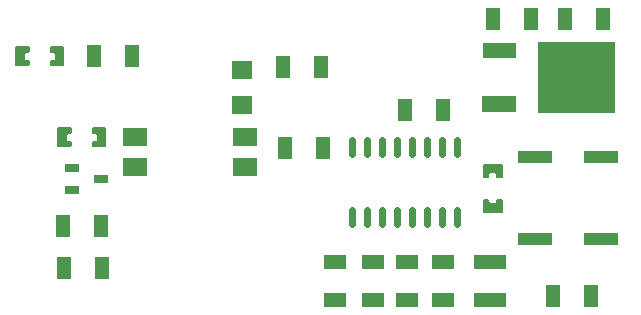
<source format=gtp>
G04 Layer: TopPasteMaskLayer*
G04 EasyEDA v6.4.31, 2022-02-13 10:25:38*
G04 2d099072909c4d34a2351a6f0d7baa55,7002fc846d7841648ca5f2fac868b397,10*
G04 Gerber Generator version 0.2*
G04 Scale: 100 percent, Rotated: No, Reflected: No *
G04 Dimensions in millimeters *
G04 leading zeros omitted , absolute positions ,4 integer and 5 decimal *
%FSLAX45Y45*%
%MOMM*%

%ADD11C,0.6000*%
%ADD14R,1.2000X1.9000*%
%ADD16R,1.9000X1.2000*%
%ADD19R,2.7000X1.2000*%
%ADD20R,3.0000X1.0000*%
%ADD21R,2.0000X1.5000*%
%ADD22R,1.2500X0.7000*%
%ADD23R,1.8000X1.5000*%

%LPD*%
G36*
X1507185Y8594039D02*
G01*
X1497177Y8584031D01*
X1497177Y8547912D01*
X1507185Y8537905D01*
X1528267Y8537905D01*
X1538274Y8527897D01*
X1538274Y8490102D01*
X1528267Y8480094D01*
X1507185Y8480094D01*
X1497177Y8470087D01*
X1497177Y8433968D01*
X1507185Y8423960D01*
X1607972Y8423960D01*
X1617929Y8433968D01*
X1617929Y8584031D01*
X1607972Y8594039D01*
G37*
G36*
X1211427Y8594039D02*
G01*
X1201470Y8584031D01*
X1201470Y8433968D01*
X1211427Y8423960D01*
X1312214Y8423960D01*
X1322222Y8433968D01*
X1322222Y8470087D01*
X1312214Y8480094D01*
X1291132Y8480094D01*
X1281125Y8490102D01*
X1281125Y8527897D01*
X1291132Y8537905D01*
X1312214Y8537905D01*
X1322222Y8547912D01*
X1322222Y8584031D01*
X1312214Y8594039D01*
G37*
G36*
X5170068Y7599629D02*
G01*
X5160060Y7589672D01*
X5160060Y7488885D01*
X5170068Y7478877D01*
X5206187Y7478877D01*
X5216194Y7488885D01*
X5216194Y7509967D01*
X5226202Y7519974D01*
X5263997Y7519974D01*
X5274005Y7509967D01*
X5274005Y7488885D01*
X5284012Y7478877D01*
X5320131Y7478877D01*
X5330139Y7488885D01*
X5330139Y7589672D01*
X5320131Y7599629D01*
G37*
G36*
X5170068Y7303922D02*
G01*
X5160060Y7293914D01*
X5160060Y7193127D01*
X5170068Y7183170D01*
X5320131Y7183170D01*
X5330139Y7193127D01*
X5330139Y7293914D01*
X5320131Y7303922D01*
X5284012Y7303922D01*
X5274005Y7293914D01*
X5274005Y7272832D01*
X5263997Y7262825D01*
X5226202Y7262825D01*
X5216194Y7272832D01*
X5216194Y7293914D01*
X5206187Y7303922D01*
G37*
G36*
X1567027Y7908239D02*
G01*
X1557070Y7898231D01*
X1557070Y7748168D01*
X1567027Y7738160D01*
X1667814Y7738160D01*
X1677822Y7748168D01*
X1677822Y7784287D01*
X1667814Y7794294D01*
X1646732Y7794294D01*
X1636725Y7804302D01*
X1636725Y7842097D01*
X1646732Y7852105D01*
X1667814Y7852105D01*
X1677822Y7862112D01*
X1677822Y7898231D01*
X1667814Y7908239D01*
G37*
G36*
X1862785Y7908239D02*
G01*
X1852777Y7898231D01*
X1852777Y7862112D01*
X1862785Y7852105D01*
X1883867Y7852105D01*
X1893874Y7842097D01*
X1893874Y7804302D01*
X1883867Y7794294D01*
X1862785Y7794294D01*
X1852777Y7784287D01*
X1852777Y7748168D01*
X1862785Y7738160D01*
X1963572Y7738160D01*
X1973529Y7748168D01*
X1973529Y7898231D01*
X1963572Y7908239D01*
G37*
D11*
X4940300Y7679380D02*
G01*
X4940300Y7799379D01*
X4813300Y7679380D02*
G01*
X4813300Y7799379D01*
X4686300Y7679380D02*
G01*
X4686300Y7799379D01*
X4559300Y7679380D02*
G01*
X4559300Y7799379D01*
X4432300Y7679380D02*
G01*
X4432300Y7799379D01*
X4305300Y7679380D02*
G01*
X4305300Y7799379D01*
X4178300Y7679380D02*
G01*
X4178300Y7799379D01*
X4051300Y7679380D02*
G01*
X4051300Y7799379D01*
X4940300Y7085020D02*
G01*
X4940300Y7205019D01*
X4813300Y7085020D02*
G01*
X4813300Y7205019D01*
X4686300Y7085020D02*
G01*
X4686300Y7205019D01*
X4559300Y7085020D02*
G01*
X4559300Y7205019D01*
X4432300Y7085020D02*
G01*
X4432300Y7205019D01*
X4305300Y7085020D02*
G01*
X4305300Y7205019D01*
X4178300Y7085020D02*
G01*
X4178300Y7205019D01*
X4051300Y7085020D02*
G01*
X4051300Y7205019D01*
D14*
G01*
X3472205Y8420100D03*
G01*
X3792194Y8420100D03*
G01*
X1872005Y8509000D03*
G01*
X2191994Y8509000D03*
D16*
G01*
X3911574Y6763994D03*
G01*
X3911574Y6443979D03*
G36*
X5630283Y8631199D02*
G01*
X6280284Y8631199D01*
X6280284Y8031200D01*
X5630283Y8031200D01*
G37*
G36*
X5160980Y8623480D02*
G01*
X5440979Y8623480D01*
X5440979Y8493478D01*
X5160980Y8493478D01*
G37*
G36*
X5156916Y8168921D02*
G01*
X5436915Y8168921D01*
X5436915Y8038919D01*
X5156916Y8038919D01*
G37*
D19*
G01*
X5219700Y6443979D03*
G01*
X5219700Y6763994D03*
D16*
G01*
X4229100Y6763994D03*
G01*
X4229100Y6443979D03*
G36*
X3744907Y7829301D02*
G01*
X3864907Y7829301D01*
X3864907Y7639298D01*
X3744907Y7639298D01*
G37*
G36*
X3424892Y7829301D02*
G01*
X3544892Y7829301D01*
X3544892Y7639298D01*
X3424892Y7639298D01*
G37*
G36*
X4760907Y8146801D02*
G01*
X4880907Y8146801D01*
X4880907Y7956798D01*
X4760907Y7956798D01*
G37*
G36*
X4440892Y8146801D02*
G01*
X4560892Y8146801D01*
X4560892Y7956798D01*
X4440892Y7956798D01*
G37*
D14*
G01*
X5570194Y8826500D03*
G01*
X5250179Y8826500D03*
D20*
G01*
X5600090Y7658100D03*
G01*
X6160109Y7658100D03*
D21*
G01*
X2214702Y7823200D03*
G01*
X2214702Y7569200D03*
G01*
X3144697Y7569200D03*
G01*
X3144697Y7823200D03*
D22*
G01*
X1928368Y7467600D03*
G01*
X1678431Y7372604D03*
G01*
X1678431Y7562595D03*
D20*
G01*
X5600090Y6959600D03*
G01*
X6160109Y6959600D03*
D14*
G01*
X6179794Y8826500D03*
G01*
X5859779Y8826500D03*
D16*
G01*
X4521200Y6444005D03*
G01*
X4521200Y6764020D03*
G36*
X1545300Y7168901D02*
G01*
X1665300Y7168901D01*
X1665300Y6978898D01*
X1545300Y6978898D01*
G37*
G36*
X1865315Y7168901D02*
G01*
X1985314Y7168901D01*
X1985314Y6978898D01*
X1865315Y6978898D01*
G37*
D14*
G01*
X5758205Y6477000D03*
G01*
X6078194Y6477000D03*
D16*
G01*
X4826000Y6763994D03*
G01*
X4826000Y6443979D03*
D14*
G01*
X1618005Y6718300D03*
G01*
X1938020Y6718300D03*
D23*
G01*
X3124225Y8092287D03*
G01*
X3124225Y8392287D03*
M02*

</source>
